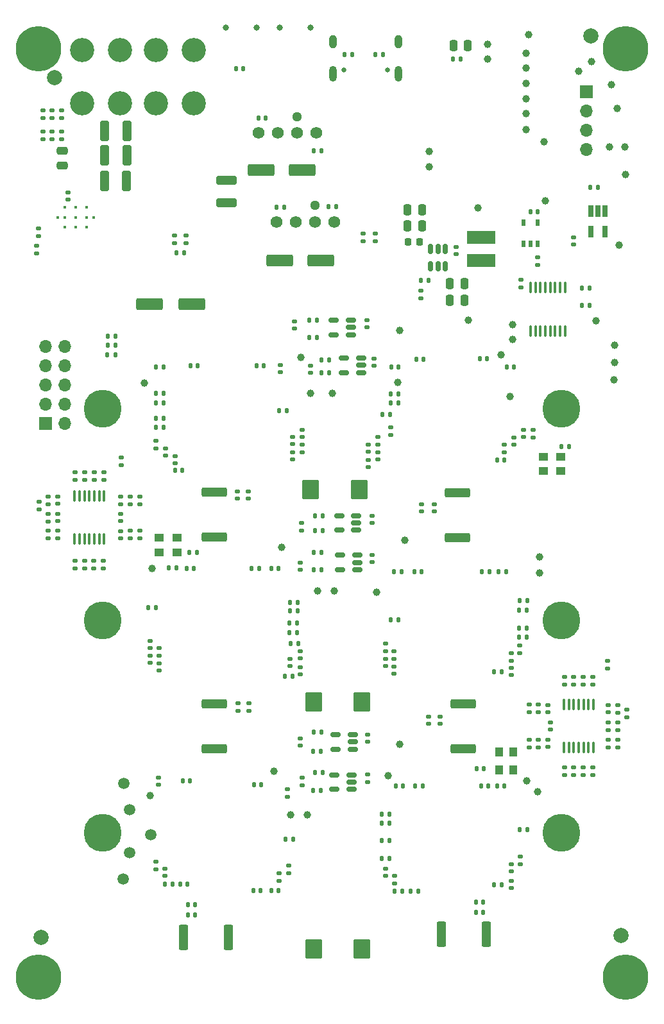
<source format=gbr>
%TF.GenerationSoftware,KiCad,Pcbnew,7.0.7*%
%TF.CreationDate,2024-01-07T23:33:20-07:00*%
%TF.ProjectId,bitaxeHex,62697461-7865-4486-9578-2e6b69636164,302*%
%TF.SameCoordinates,Original*%
%TF.FileFunction,Soldermask,Bot*%
%TF.FilePolarity,Negative*%
%FSLAX46Y46*%
G04 Gerber Fmt 4.6, Leading zero omitted, Abs format (unit mm)*
G04 Created by KiCad (PCBNEW 7.0.7) date 2024-01-07 23:33:20*
%MOMM*%
%LPD*%
G01*
G04 APERTURE LIST*
G04 Aperture macros list*
%AMRoundRect*
0 Rectangle with rounded corners*
0 $1 Rounding radius*
0 $2 $3 $4 $5 $6 $7 $8 $9 X,Y pos of 4 corners*
0 Add a 4 corners polygon primitive as box body*
4,1,4,$2,$3,$4,$5,$6,$7,$8,$9,$2,$3,0*
0 Add four circle primitives for the rounded corners*
1,1,$1+$1,$2,$3*
1,1,$1+$1,$4,$5*
1,1,$1+$1,$6,$7*
1,1,$1+$1,$8,$9*
0 Add four rect primitives between the rounded corners*
20,1,$1+$1,$2,$3,$4,$5,0*
20,1,$1+$1,$4,$5,$6,$7,0*
20,1,$1+$1,$6,$7,$8,$9,0*
20,1,$1+$1,$8,$9,$2,$3,0*%
G04 Aperture macros list end*
%ADD10RoundRect,0.135000X0.135000X0.185000X-0.135000X0.185000X-0.135000X-0.185000X0.135000X-0.185000X0*%
%ADD11C,0.990600*%
%ADD12C,3.200000*%
%ADD13C,0.800000*%
%ADD14C,6.000000*%
%ADD15C,1.295400*%
%ADD16C,1.574800*%
%ADD17C,5.000000*%
%ADD18C,0.400000*%
%ADD19R,1.700000X1.700000*%
%ADD20O,1.700000X1.700000*%
%ADD21C,0.650000*%
%ADD22O,1.000000X2.100000*%
%ADD23O,1.000000X1.800000*%
%ADD24RoundRect,0.140000X-0.170000X0.140000X-0.170000X-0.140000X0.170000X-0.140000X0.170000X0.140000X0*%
%ADD25RoundRect,0.140000X0.170000X-0.140000X0.170000X0.140000X-0.170000X0.140000X-0.170000X-0.140000X0*%
%ADD26RoundRect,0.140000X0.140000X0.170000X-0.140000X0.170000X-0.140000X-0.170000X0.140000X-0.170000X0*%
%ADD27C,1.000000*%
%ADD28RoundRect,0.135000X0.185000X-0.135000X0.185000X0.135000X-0.185000X0.135000X-0.185000X-0.135000X0*%
%ADD29RoundRect,0.250000X0.250000X0.475000X-0.250000X0.475000X-0.250000X-0.475000X0.250000X-0.475000X0*%
%ADD30RoundRect,0.135000X-0.185000X0.135000X-0.185000X-0.135000X0.185000X-0.135000X0.185000X0.135000X0*%
%ADD31RoundRect,0.250000X-0.875000X-1.025000X0.875000X-1.025000X0.875000X1.025000X-0.875000X1.025000X0*%
%ADD32RoundRect,0.150000X0.512500X0.150000X-0.512500X0.150000X-0.512500X-0.150000X0.512500X-0.150000X0*%
%ADD33RoundRect,0.135000X-0.135000X-0.185000X0.135000X-0.185000X0.135000X0.185000X-0.135000X0.185000X0*%
%ADD34RoundRect,0.250000X-0.475000X0.250000X-0.475000X-0.250000X0.475000X-0.250000X0.475000X0.250000X0*%
%ADD35R,0.650000X1.560000*%
%ADD36RoundRect,0.140000X-0.140000X-0.170000X0.140000X-0.170000X0.140000X0.170000X-0.140000X0.170000X0*%
%ADD37RoundRect,0.250000X1.100000X-0.325000X1.100000X0.325000X-1.100000X0.325000X-1.100000X-0.325000X0*%
%ADD38C,1.500000*%
%ADD39RoundRect,0.100000X0.100000X-0.637500X0.100000X0.637500X-0.100000X0.637500X-0.100000X-0.637500X0*%
%ADD40RoundRect,0.250000X-0.325000X-1.100000X0.325000X-1.100000X0.325000X1.100000X-0.325000X1.100000X0*%
%ADD41C,2.000000*%
%ADD42R,0.558800X0.952500*%
%ADD43RoundRect,0.250000X1.500000X0.550000X-1.500000X0.550000X-1.500000X-0.550000X1.500000X-0.550000X0*%
%ADD44RoundRect,0.150000X0.150000X-0.512500X0.150000X0.512500X-0.150000X0.512500X-0.150000X-0.512500X0*%
%ADD45R,1.300000X1.100000*%
%ADD46RoundRect,0.250000X-0.362500X-1.425000X0.362500X-1.425000X0.362500X1.425000X-0.362500X1.425000X0*%
%ADD47RoundRect,0.250000X-0.250000X-0.475000X0.250000X-0.475000X0.250000X0.475000X-0.250000X0.475000X0*%
%ADD48RoundRect,0.250000X1.425000X-0.362500X1.425000X0.362500X-1.425000X0.362500X-1.425000X-0.362500X0*%
%ADD49RoundRect,0.250000X0.362500X1.425000X-0.362500X1.425000X-0.362500X-1.425000X0.362500X-1.425000X0*%
%ADD50R,1.100000X1.300000*%
%ADD51R,3.700000X1.680000*%
%ADD52RoundRect,0.225000X-0.225000X-0.250000X0.225000X-0.250000X0.225000X0.250000X-0.225000X0.250000X0*%
G04 APERTURE END LIST*
D10*
%TO.C,R111*%
X63610000Y-89900000D03*
X62590000Y-89900000D03*
%TD*%
%TO.C,R110*%
X63635000Y-87425000D03*
X62615000Y-87425000D03*
%TD*%
%TO.C,R109*%
X63635000Y-88675000D03*
X62615000Y-88675000D03*
%TD*%
D11*
%TO.C,J6*%
X129900000Y-57360000D03*
X130916000Y-62440000D03*
X128884000Y-62440000D03*
%TD*%
D12*
%TO.C,J2*%
X74000000Y-56725000D03*
X74000000Y-49725000D03*
X69000000Y-56725000D03*
X69000000Y-49725000D03*
%TD*%
D13*
%TO.C,H1*%
X51250000Y-49500000D03*
X51909010Y-47909010D03*
X51909010Y-51090990D03*
X53500000Y-47250000D03*
D14*
X53500000Y-49500000D03*
D13*
X53500000Y-51750000D03*
X55090990Y-47909010D03*
X55090990Y-51090990D03*
X55750000Y-49500000D03*
%TD*%
D12*
%TO.C,J1*%
X64275000Y-56725000D03*
X64275000Y-49725000D03*
X59275000Y-56725000D03*
X59275000Y-49725000D03*
%TD*%
D15*
%TO.C,J8*%
X87580000Y-58464999D03*
D16*
X82500000Y-60625000D03*
X85040000Y-60625000D03*
X87580000Y-60625000D03*
X90120000Y-60625000D03*
%TD*%
D13*
%TO.C,SW2*%
X78225000Y-46725000D03*
X82275000Y-46725000D03*
%TD*%
%TO.C,H4*%
X128750000Y-172000000D03*
X129409010Y-170409010D03*
X129409010Y-173590990D03*
X131000000Y-169750000D03*
D14*
X131000000Y-172000000D03*
D13*
X131000000Y-174250000D03*
X132590990Y-170409010D03*
X132590990Y-173590990D03*
X133250000Y-172000000D03*
%TD*%
D15*
%TO.C,J9*%
X89990000Y-70214999D03*
D16*
X84910000Y-72375000D03*
X87450000Y-72375000D03*
X89990000Y-72375000D03*
X92530000Y-72375000D03*
%TD*%
D17*
%TO.C,H8*%
X122500000Y-125000000D03*
%TD*%
%TO.C,H7*%
X62000000Y-125000000D03*
%TD*%
D18*
%TO.C,U3*%
X57000000Y-73030000D03*
X58400000Y-73030000D03*
X59800000Y-73030000D03*
X56000000Y-71750000D03*
X57000000Y-71750000D03*
X58400000Y-71750000D03*
X59800000Y-71750000D03*
X60800000Y-71750000D03*
X57000000Y-70470000D03*
X58400000Y-70470000D03*
X59800000Y-70470000D03*
%TD*%
D17*
%TO.C,H10*%
X122500000Y-153000000D03*
%TD*%
%TO.C,H6*%
X122500000Y-97000000D03*
%TD*%
%TO.C,H5*%
X62000000Y-97000000D03*
%TD*%
D19*
%TO.C,J5*%
X125800000Y-55200000D03*
D20*
X125800000Y-57740000D03*
X125800000Y-60280000D03*
X125800000Y-62820000D03*
%TD*%
D21*
%TO.C,J7*%
X99560000Y-52300000D03*
X93780000Y-52300000D03*
D22*
X100990000Y-52800000D03*
D23*
X100990000Y-48620000D03*
D22*
X92350000Y-52800000D03*
D23*
X92350000Y-48620000D03*
%TD*%
D13*
%TO.C,SW1*%
X85325000Y-46750000D03*
X89375000Y-46750000D03*
%TD*%
%TO.C,H2*%
X128750000Y-49500000D03*
X129409010Y-47909010D03*
X129409010Y-51090990D03*
X131000000Y-47250000D03*
D14*
X131000000Y-49500000D03*
D13*
X131000000Y-51750000D03*
X132590990Y-47909010D03*
X132590990Y-51090990D03*
X133250000Y-49500000D03*
%TD*%
%TO.C,H3*%
X51250000Y-172000000D03*
X51909010Y-170409010D03*
X51909010Y-173590990D03*
X53500000Y-169750000D03*
D14*
X53500000Y-172000000D03*
D13*
X53500000Y-174250000D03*
X55090990Y-170409010D03*
X55090990Y-173590990D03*
X55750000Y-172000000D03*
%TD*%
D17*
%TO.C,H9*%
X62000000Y-153000000D03*
%TD*%
D24*
%TO.C,C12*%
X108600000Y-75670000D03*
X108600000Y-76630000D03*
%TD*%
D10*
%TO.C,R42*%
X70010000Y-99500000D03*
X68990000Y-99500000D03*
%TD*%
D25*
%TO.C,C57*%
X98250000Y-103730000D03*
X98250000Y-102770000D03*
%TD*%
%TO.C,C49*%
X97800000Y-91380000D03*
X97800000Y-90420000D03*
%TD*%
D26*
%TO.C,C117*%
X71680000Y-118000000D03*
X70720000Y-118000000D03*
%TD*%
%TO.C,C44*%
X83505000Y-58650000D03*
X82545000Y-58650000D03*
%TD*%
D25*
%TO.C,C111*%
X69400000Y-131580000D03*
X69400000Y-130620000D03*
%TD*%
D27*
%TO.C,TP50*%
X119400000Y-147600000D03*
%TD*%
D28*
%TO.C,R20*%
X97950000Y-74935000D03*
X97950000Y-73915000D03*
%TD*%
D29*
%TO.C,C19*%
X109700000Y-80500000D03*
X107800000Y-80500000D03*
%TD*%
D30*
%TO.C,R66*%
X53600000Y-109290000D03*
X53600000Y-110310000D03*
%TD*%
D31*
%TO.C,C147*%
X89800000Y-168300000D03*
X96200000Y-168300000D03*
%TD*%
D26*
%TO.C,C138*%
X112180000Y-162100000D03*
X111220000Y-162100000D03*
%TD*%
D25*
%TO.C,C135*%
X100500000Y-159660000D03*
X100500000Y-158700000D03*
%TD*%
D32*
%TO.C,U23*%
X94837500Y-145350000D03*
X94837500Y-146300000D03*
X94837500Y-147250000D03*
X92562500Y-147250000D03*
X92562500Y-145350000D03*
%TD*%
D28*
%TO.C,R52*%
X65630000Y-114130000D03*
X65630000Y-113110000D03*
%TD*%
D27*
%TO.C,TP52*%
X84600000Y-144900000D03*
%TD*%
D26*
%TO.C,C39*%
X80530000Y-52175000D03*
X79570000Y-52175000D03*
%TD*%
D27*
%TO.C,TP16*%
X127100000Y-85400000D03*
%TD*%
D33*
%TO.C,R55*%
X89790000Y-118300000D03*
X90810000Y-118300000D03*
%TD*%
D27*
%TO.C,TP54*%
X99675000Y-145425000D03*
%TD*%
D29*
%TO.C,C3*%
X104100000Y-70800000D03*
X102200000Y-70800000D03*
%TD*%
D25*
%TO.C,C96*%
X86700000Y-130980000D03*
X86700000Y-130020000D03*
%TD*%
D34*
%TO.C,C15*%
X56600000Y-63000000D03*
X56600000Y-64900000D03*
%TD*%
D26*
%TO.C,C72*%
X72450000Y-105150000D03*
X71490000Y-105150000D03*
%TD*%
D33*
%TO.C,R12*%
X103940000Y-80100000D03*
X104960000Y-80100000D03*
%TD*%
D27*
%TO.C,TP21*%
X117800000Y-56100000D03*
%TD*%
%TO.C,TP41*%
X67475000Y-93600000D03*
%TD*%
D25*
%TO.C,C137*%
X99300000Y-158660000D03*
X99300000Y-157700000D03*
%TD*%
D30*
%TO.C,R104*%
X131100000Y-136740000D03*
X131100000Y-137760000D03*
%TD*%
D27*
%TO.C,TP47*%
X90300000Y-121100000D03*
%TD*%
D10*
%TO.C,R103*%
X87110000Y-153800000D03*
X86090000Y-153800000D03*
%TD*%
D28*
%TO.C,R99*%
X118230000Y-137100000D03*
X118230000Y-136080000D03*
%TD*%
D27*
%TO.C,TP35*%
X114500000Y-89900000D03*
%TD*%
D35*
%TO.C,U4*%
X126350000Y-70950000D03*
X127300000Y-70950000D03*
X128250000Y-70950000D03*
X128250000Y-73650000D03*
X126350000Y-73650000D03*
%TD*%
D24*
%TO.C,C155*%
X128680000Y-138440000D03*
X128680000Y-139400000D03*
%TD*%
%TO.C,C86*%
X64330000Y-113160000D03*
X64330000Y-114120000D03*
%TD*%
D26*
%TO.C,C70*%
X83220000Y-91310000D03*
X82260000Y-91310000D03*
%TD*%
D30*
%TO.C,R68*%
X58300000Y-105377500D03*
X58300000Y-106397500D03*
%TD*%
D28*
%TO.C,R2*%
X54075000Y-61435000D03*
X54075000Y-60415000D03*
%TD*%
D24*
%TO.C,C88*%
X88200000Y-112120000D03*
X88200000Y-113080000D03*
%TD*%
D26*
%TO.C,C94*%
X101380000Y-118500000D03*
X100420000Y-118500000D03*
%TD*%
D36*
%TO.C,C35*%
X125220000Y-83400000D03*
X126180000Y-83400000D03*
%TD*%
D27*
%TO.C,TP34*%
X115700000Y-95400000D03*
%TD*%
D26*
%TO.C,C52*%
X114980000Y-103760000D03*
X114020000Y-103760000D03*
%TD*%
D10*
%TO.C,R73*%
X87710000Y-122600000D03*
X86690000Y-122600000D03*
%TD*%
D27*
%TO.C,TP28*%
X129100000Y-54300000D03*
%TD*%
D10*
%TO.C,R97*%
X99810000Y-156400000D03*
X98790000Y-156400000D03*
%TD*%
%TO.C,R43*%
X70010000Y-95000000D03*
X68990000Y-95000000D03*
%TD*%
D25*
%TO.C,C59*%
X97000000Y-102730000D03*
X97000000Y-101770000D03*
%TD*%
D37*
%TO.C,C28*%
X78300000Y-69850000D03*
X78300000Y-66900000D03*
%TD*%
D25*
%TO.C,C118*%
X68200000Y-128600000D03*
X68200000Y-127640000D03*
%TD*%
D38*
%TO.C,TP61*%
X65500000Y-149900000D03*
%TD*%
D27*
%TO.C,TP10*%
X116100000Y-87900000D03*
%TD*%
D39*
%TO.C,U5*%
X122975000Y-86762500D03*
X122325000Y-86762500D03*
X121675000Y-86762500D03*
X121025000Y-86762500D03*
X120375000Y-86762500D03*
X119725000Y-86762500D03*
X119075000Y-86762500D03*
X118425000Y-86762500D03*
X118425000Y-81037500D03*
X119075000Y-81037500D03*
X119725000Y-81037500D03*
X120375000Y-81037500D03*
X121025000Y-81037500D03*
X121675000Y-81037500D03*
X122325000Y-81037500D03*
X122975000Y-81037500D03*
%TD*%
D26*
%TO.C,C152*%
X71160000Y-159800000D03*
X70200000Y-159800000D03*
%TD*%
D10*
%TO.C,R70*%
X87710000Y-123700000D03*
X86690000Y-123700000D03*
%TD*%
D24*
%TO.C,C115*%
X64330000Y-110890000D03*
X64330000Y-111850000D03*
%TD*%
D25*
%TO.C,C93*%
X88000000Y-132080000D03*
X88000000Y-131120000D03*
%TD*%
D32*
%TO.C,U11*%
X94737500Y-85350000D03*
X94737500Y-86300000D03*
X94737500Y-87250000D03*
X92462500Y-87250000D03*
X92462500Y-85350000D03*
%TD*%
D25*
%TO.C,C158*%
X68980000Y-157780000D03*
X68980000Y-156820000D03*
%TD*%
D30*
%TO.C,R16*%
X71425000Y-74190000D03*
X71425000Y-75210000D03*
%TD*%
D25*
%TO.C,C84*%
X97500000Y-117280000D03*
X97500000Y-116320000D03*
%TD*%
D24*
%TO.C,C67*%
X85400000Y-91270000D03*
X85400000Y-92230000D03*
%TD*%
D30*
%TO.C,R101*%
X122880000Y-132400000D03*
X122880000Y-133420000D03*
%TD*%
D27*
%TO.C,TP57*%
X68225000Y-148075000D03*
%TD*%
D30*
%TO.C,R19*%
X96325000Y-73940000D03*
X96325000Y-74960000D03*
%TD*%
D10*
%TO.C,R61*%
X101010000Y-124900000D03*
X99990000Y-124900000D03*
%TD*%
D26*
%TO.C,C76*%
X69980000Y-91500000D03*
X69020000Y-91500000D03*
%TD*%
D28*
%TO.C,R17*%
X72950000Y-75210000D03*
X72950000Y-74190000D03*
%TD*%
D27*
%TO.C,TP20*%
X117800000Y-58100000D03*
%TD*%
D25*
%TO.C,C112*%
X68200000Y-130580000D03*
X68200000Y-129620000D03*
%TD*%
D27*
%TO.C,TP9*%
X105050000Y-63100000D03*
%TD*%
D24*
%TO.C,C89*%
X88000000Y-117320000D03*
X88000000Y-118280000D03*
%TD*%
D28*
%TO.C,R11*%
X103950000Y-82460000D03*
X103950000Y-81440000D03*
%TD*%
D24*
%TO.C,C131*%
X88000000Y-140520000D03*
X88000000Y-141480000D03*
%TD*%
%TO.C,C66*%
X87000000Y-100750000D03*
X87000000Y-101710000D03*
%TD*%
%TO.C,C116*%
X56030000Y-110880000D03*
X56030000Y-111840000D03*
%TD*%
D38*
%TO.C,TP59*%
X65500000Y-155600000D03*
%TD*%
D26*
%TO.C,C17*%
X119380000Y-71050000D03*
X118420000Y-71050000D03*
%TD*%
D24*
%TO.C,C69*%
X88250000Y-101790000D03*
X88250000Y-102750000D03*
%TD*%
D25*
%TO.C,C110*%
X64330000Y-109600000D03*
X64330000Y-108640000D03*
%TD*%
D30*
%TO.C,R77*%
X65630000Y-108610000D03*
X65630000Y-109630000D03*
%TD*%
D40*
%TO.C,C8*%
X62200000Y-60400000D03*
X65150000Y-60400000D03*
%TD*%
D25*
%TO.C,C99*%
X79800000Y-136880000D03*
X79800000Y-135920000D03*
%TD*%
D41*
%TO.C,FID2*%
X53800000Y-166825000D03*
%TD*%
D24*
%TO.C,C157*%
X69350000Y-145695000D03*
X69350000Y-146655000D03*
%TD*%
D26*
%TO.C,C129*%
X103580000Y-160700000D03*
X102620000Y-160700000D03*
%TD*%
D33*
%TO.C,R54*%
X89990000Y-113100000D03*
X91010000Y-113100000D03*
%TD*%
D26*
%TO.C,C26*%
X72680000Y-76450000D03*
X71720000Y-76450000D03*
%TD*%
D10*
%TO.C,R44*%
X70010000Y-98250000D03*
X68990000Y-98250000D03*
%TD*%
D27*
%TO.C,TP24*%
X117800000Y-50100000D03*
%TD*%
D26*
%TO.C,C122*%
X112880000Y-146800000D03*
X111920000Y-146800000D03*
%TD*%
%TO.C,C145*%
X85180000Y-160620000D03*
X84220000Y-160620000D03*
%TD*%
D24*
%TO.C,C60*%
X81200000Y-107920000D03*
X81200000Y-108880000D03*
%TD*%
%TO.C,C102*%
X100400000Y-129040000D03*
X100400000Y-130000000D03*
%TD*%
D27*
%TO.C,TP1*%
X120350000Y-69550000D03*
%TD*%
D39*
%TO.C,U21*%
X126730000Y-141762500D03*
X126080000Y-141762500D03*
X125430000Y-141762500D03*
X124780000Y-141762500D03*
X124130000Y-141762500D03*
X123480000Y-141762500D03*
X122830000Y-141762500D03*
X122830000Y-136037500D03*
X123480000Y-136037500D03*
X124130000Y-136037500D03*
X124780000Y-136037500D03*
X125430000Y-136037500D03*
X126080000Y-136037500D03*
X126730000Y-136037500D03*
%TD*%
%TO.C,U15*%
X62150000Y-114250000D03*
X61500000Y-114250000D03*
X60850000Y-114250000D03*
X60200000Y-114250000D03*
X59550000Y-114250000D03*
X58900000Y-114250000D03*
X58250000Y-114250000D03*
X58250000Y-108525000D03*
X58900000Y-108525000D03*
X59550000Y-108525000D03*
X60200000Y-108525000D03*
X60850000Y-108525000D03*
X61500000Y-108525000D03*
X62150000Y-108525000D03*
%TD*%
D27*
%TO.C,TP6*%
X129500000Y-88600000D03*
%TD*%
D42*
%TO.C,U2*%
X119389800Y-75227950D03*
X118450000Y-75227950D03*
X117510200Y-75227950D03*
X117510200Y-72472050D03*
X119389800Y-72472050D03*
%TD*%
D26*
%TO.C,C149*%
X112280000Y-144500000D03*
X111320000Y-144500000D03*
%TD*%
D27*
%TO.C,TP40*%
X92300000Y-95000000D03*
%TD*%
D25*
%TO.C,C63*%
X79700000Y-108880000D03*
X79700000Y-107920000D03*
%TD*%
D36*
%TO.C,C136*%
X73220000Y-162500000D03*
X74180000Y-162500000D03*
%TD*%
D24*
%TO.C,C130*%
X88300000Y-145720000D03*
X88300000Y-146680000D03*
%TD*%
D10*
%TO.C,R28*%
X92785000Y-70350000D03*
X91765000Y-70350000D03*
%TD*%
D28*
%TO.C,R3*%
X56550000Y-61435000D03*
X56550000Y-60415000D03*
%TD*%
D33*
%TO.C,R32*%
X89190000Y-87600000D03*
X90210000Y-87600000D03*
%TD*%
D24*
%TO.C,C139*%
X86500000Y-157320000D03*
X86500000Y-158280000D03*
%TD*%
D10*
%TO.C,R35*%
X99910000Y-97800000D03*
X98890000Y-97800000D03*
%TD*%
D26*
%TO.C,C151*%
X73160000Y-159800000D03*
X72200000Y-159800000D03*
%TD*%
D33*
%TO.C,R83*%
X116990000Y-152600000D03*
X118010000Y-152600000D03*
%TD*%
D24*
%TO.C,C120*%
X115900000Y-157140000D03*
X115900000Y-158100000D03*
%TD*%
D36*
%TO.C,C81*%
X114220000Y-118500000D03*
X115180000Y-118500000D03*
%TD*%
D26*
%TO.C,C83*%
X112980000Y-118500000D03*
X112020000Y-118500000D03*
%TD*%
D33*
%TO.C,R25*%
X93850000Y-50300000D03*
X94870000Y-50300000D03*
%TD*%
D27*
%TO.C,TP51*%
X117900000Y-146100000D03*
%TD*%
D36*
%TO.C,C144*%
X111220000Y-163500000D03*
X112180000Y-163500000D03*
%TD*%
D27*
%TO.C,TP38*%
X100925000Y-93575000D03*
%TD*%
D19*
%TO.C,J3*%
X54450000Y-98970000D03*
D20*
X56990000Y-98970000D03*
X54450000Y-96430000D03*
X56990000Y-96430000D03*
X54450000Y-93890000D03*
X56990000Y-93890000D03*
X54450000Y-91350000D03*
X56990000Y-91350000D03*
X54450000Y-88810000D03*
X56990000Y-88810000D03*
%TD*%
D43*
%TO.C,C41*%
X90725000Y-77475000D03*
X85325000Y-77475000D03*
%TD*%
D27*
%TO.C,TP48*%
X92500000Y-121100000D03*
%TD*%
D28*
%TO.C,R30*%
X118800000Y-100810000D03*
X118800000Y-99790000D03*
%TD*%
D41*
%TO.C,FID8*%
X126375000Y-47850000D03*
%TD*%
D30*
%TO.C,R106*%
X126630000Y-132400000D03*
X126630000Y-133420000D03*
%TD*%
D31*
%TO.C,C68*%
X89400000Y-107700000D03*
X95800000Y-107700000D03*
%TD*%
D27*
%TO.C,TP2*%
X110200000Y-85350000D03*
%TD*%
D24*
%TO.C,C18*%
X57375000Y-68470000D03*
X57375000Y-69430000D03*
%TD*%
D44*
%TO.C,U1*%
X107150000Y-78237500D03*
X106200000Y-78237500D03*
X105250000Y-78237500D03*
X105250000Y-75962500D03*
X106200000Y-75962500D03*
X107150000Y-75962500D03*
%TD*%
D25*
%TO.C,C98*%
X88000000Y-129980000D03*
X88000000Y-129020000D03*
%TD*%
D24*
%TO.C,C45*%
X117500000Y-99790000D03*
X117500000Y-100750000D03*
%TD*%
D28*
%TO.C,R84*%
X129930000Y-141730000D03*
X129930000Y-140710000D03*
%TD*%
D25*
%TO.C,C114*%
X69400000Y-129580000D03*
X69400000Y-128620000D03*
%TD*%
D38*
%TO.C,TP62*%
X64725000Y-146500000D03*
%TD*%
D25*
%TO.C,C100*%
X106500000Y-138580000D03*
X106500000Y-137620000D03*
%TD*%
D40*
%TO.C,C4*%
X62175000Y-66925000D03*
X65125000Y-66925000D03*
%TD*%
D30*
%TO.C,R67*%
X59600000Y-105390000D03*
X59600000Y-106410000D03*
%TD*%
D25*
%TO.C,C154*%
X70180000Y-158680000D03*
X70180000Y-157720000D03*
%TD*%
D24*
%TO.C,C64*%
X88250000Y-99790000D03*
X88250000Y-100750000D03*
%TD*%
D28*
%TO.C,R6*%
X54075000Y-58710000D03*
X54075000Y-57690000D03*
%TD*%
D36*
%TO.C,C109*%
X73420000Y-116000000D03*
X74380000Y-116000000D03*
%TD*%
D41*
%TO.C,FID6*%
X55626000Y-53340000D03*
%TD*%
D10*
%TO.C,R95*%
X99810000Y-151700000D03*
X98790000Y-151700000D03*
%TD*%
D27*
%TO.C,TP39*%
X89400000Y-95000000D03*
%TD*%
D28*
%TO.C,R87*%
X122880000Y-145400000D03*
X122880000Y-144380000D03*
%TD*%
D45*
%TO.C,U14*%
X122450000Y-105250000D03*
X120150000Y-105250000D03*
X120150000Y-103350000D03*
X122450000Y-103350000D03*
%TD*%
D30*
%TO.C,R46*%
X66880000Y-113110000D03*
X66880000Y-114130000D03*
%TD*%
D25*
%TO.C,C50*%
X96800000Y-86280000D03*
X96800000Y-85320000D03*
%TD*%
D28*
%TO.C,R86*%
X124130000Y-145400000D03*
X124130000Y-144380000D03*
%TD*%
D29*
%TO.C,C20*%
X109700000Y-82700000D03*
X107800000Y-82700000D03*
%TD*%
D28*
%TO.C,R74*%
X66880000Y-109630000D03*
X66880000Y-108610000D03*
%TD*%
D10*
%TO.C,R93*%
X99810000Y-150500000D03*
X98790000Y-150500000D03*
%TD*%
%TO.C,R92*%
X99810000Y-154000000D03*
X98790000Y-154000000D03*
%TD*%
D36*
%TO.C,C55*%
X103320000Y-90500000D03*
X104280000Y-90500000D03*
%TD*%
D10*
%TO.C,R24*%
X98970000Y-50300000D03*
X97950000Y-50300000D03*
%TD*%
D46*
%TO.C,R98*%
X106637500Y-166400000D03*
X112562500Y-166400000D03*
%TD*%
D10*
%TO.C,R34*%
X90210000Y-85300000D03*
X89190000Y-85300000D03*
%TD*%
D32*
%TO.C,U16*%
X95437500Y-111150000D03*
X95437500Y-112100000D03*
X95437500Y-113050000D03*
X93162500Y-113050000D03*
X93162500Y-111150000D03*
%TD*%
D25*
%TO.C,C127*%
X96900000Y-140980000D03*
X96900000Y-140020000D03*
%TD*%
D36*
%TO.C,C121*%
X114020000Y-146800000D03*
X114980000Y-146800000D03*
%TD*%
D33*
%TO.C,R33*%
X90790000Y-90600000D03*
X91810000Y-90600000D03*
%TD*%
D47*
%TO.C,C30*%
X108250000Y-49100000D03*
X110150000Y-49100000D03*
%TD*%
D27*
%TO.C,TP37*%
X101200000Y-86700000D03*
%TD*%
D30*
%TO.C,R79*%
X64400000Y-103490000D03*
X64400000Y-104510000D03*
%TD*%
D27*
%TO.C,TP42*%
X119600000Y-118700000D03*
%TD*%
D26*
%TO.C,C48*%
X112680000Y-90400000D03*
X111720000Y-90400000D03*
%TD*%
D27*
%TO.C,TP29*%
X131000000Y-66100000D03*
%TD*%
D10*
%TO.C,R78*%
X69010000Y-123300000D03*
X67990000Y-123300000D03*
%TD*%
D27*
%TO.C,TP46*%
X98100000Y-121275000D03*
%TD*%
D25*
%TO.C,C78*%
X69000000Y-102230000D03*
X69000000Y-101270000D03*
%TD*%
D32*
%TO.C,U24*%
X94937500Y-140050000D03*
X94937500Y-141000000D03*
X94937500Y-141950000D03*
X92662500Y-141950000D03*
X92662500Y-140050000D03*
%TD*%
D25*
%TO.C,C150*%
X128680000Y-137100000D03*
X128680000Y-136140000D03*
%TD*%
D30*
%TO.C,R21*%
X117150000Y-80040000D03*
X117150000Y-81060000D03*
%TD*%
D27*
%TO.C,TP17*%
X116100000Y-85900000D03*
%TD*%
D36*
%TO.C,C104*%
X84220000Y-118100000D03*
X85180000Y-118100000D03*
%TD*%
%TO.C,C91*%
X86020000Y-132300000D03*
X86980000Y-132300000D03*
%TD*%
%TO.C,C113*%
X73020000Y-118100000D03*
X73980000Y-118100000D03*
%TD*%
D45*
%TO.C,U19*%
X71750000Y-115950000D03*
X69450000Y-115950000D03*
X69450000Y-114050000D03*
X71750000Y-114050000D03*
%TD*%
D24*
%TO.C,C132*%
X120730000Y-140710000D03*
X120730000Y-141670000D03*
%TD*%
D41*
%TO.C,FID4*%
X130350000Y-166550000D03*
%TD*%
D30*
%TO.C,R75*%
X60900000Y-105377500D03*
X60900000Y-106397500D03*
%TD*%
%TO.C,R102*%
X119480000Y-136080000D03*
X119480000Y-137100000D03*
%TD*%
D28*
%TO.C,R82*%
X126630000Y-145400000D03*
X126630000Y-144380000D03*
%TD*%
%TO.C,R80*%
X129980000Y-139410000D03*
X129980000Y-138390000D03*
%TD*%
D25*
%TO.C,C61*%
X98250000Y-101730000D03*
X98250000Y-100770000D03*
%TD*%
D36*
%TO.C,C153*%
X72520000Y-146150000D03*
X73480000Y-146150000D03*
%TD*%
D24*
%TO.C,C92*%
X56030000Y-113130000D03*
X56030000Y-114090000D03*
%TD*%
D27*
%TO.C,TP14*%
X112800000Y-48900000D03*
%TD*%
D25*
%TO.C,C77*%
X70250000Y-103230000D03*
X70250000Y-102270000D03*
%TD*%
D27*
%TO.C,TP13*%
X111450000Y-70550000D03*
%TD*%
D33*
%TO.C,R89*%
X89690000Y-142200000D03*
X90710000Y-142200000D03*
%TD*%
D26*
%TO.C,C133*%
X101480000Y-160700000D03*
X100520000Y-160700000D03*
%TD*%
D27*
%TO.C,TP12*%
X105050000Y-65100000D03*
%TD*%
D10*
%TO.C,R69*%
X87610000Y-125300000D03*
X86590000Y-125300000D03*
%TD*%
D27*
%TO.C,TP53*%
X101200000Y-141300000D03*
%TD*%
D10*
%TO.C,R36*%
X101010000Y-95075000D03*
X99990000Y-95075000D03*
%TD*%
D48*
%TO.C,R63*%
X76700000Y-141862500D03*
X76700000Y-135937500D03*
%TD*%
D36*
%TO.C,C47*%
X115270000Y-91500000D03*
X116230000Y-91500000D03*
%TD*%
D24*
%TO.C,C54*%
X87300000Y-85520000D03*
X87300000Y-86480000D03*
%TD*%
D27*
%TO.C,TP44*%
X101800000Y-114400000D03*
%TD*%
%TO.C,TP45*%
X85600000Y-115300000D03*
%TD*%
D49*
%TO.C,R96*%
X78562500Y-166800000D03*
X72637500Y-166800000D03*
%TD*%
D27*
%TO.C,TP26*%
X118200000Y-47700000D03*
%TD*%
D24*
%TO.C,C79*%
X117000000Y-128300000D03*
X117000000Y-129260000D03*
%TD*%
%TO.C,C141*%
X85200000Y-158340000D03*
X85200000Y-159300000D03*
%TD*%
D10*
%TO.C,R56*%
X91010000Y-111200000D03*
X89990000Y-111200000D03*
%TD*%
D27*
%TO.C,TP36*%
X88150000Y-90240000D03*
%TD*%
D28*
%TO.C,R59*%
X59550000Y-118100000D03*
X59550000Y-117080000D03*
%TD*%
D26*
%TO.C,C43*%
X85905000Y-70425000D03*
X84945000Y-70425000D03*
%TD*%
D10*
%TO.C,R72*%
X87610000Y-126600000D03*
X86590000Y-126600000D03*
%TD*%
D24*
%TO.C,C85*%
X115900000Y-131220000D03*
X115900000Y-132180000D03*
%TD*%
D25*
%TO.C,C126*%
X96900000Y-146280000D03*
X96900000Y-145320000D03*
%TD*%
%TO.C,C143*%
X120730000Y-137070000D03*
X120730000Y-136110000D03*
%TD*%
D27*
%TO.C,TP49*%
X68450000Y-118075000D03*
%TD*%
D26*
%TO.C,C58*%
X100980000Y-91500000D03*
X100020000Y-91500000D03*
%TD*%
%TO.C,C148*%
X82780000Y-160600000D03*
X81820000Y-160600000D03*
%TD*%
D24*
%TO.C,C108*%
X100400000Y-131040000D03*
X100400000Y-132000000D03*
%TD*%
D28*
%TO.C,R48*%
X62050000Y-118100000D03*
X62050000Y-117080000D03*
%TD*%
D24*
%TO.C,C62*%
X104000000Y-109620000D03*
X104000000Y-110580000D03*
%TD*%
D10*
%TO.C,R91*%
X90810000Y-139700000D03*
X89790000Y-139700000D03*
%TD*%
D30*
%TO.C,R107*%
X129930000Y-136110000D03*
X129930000Y-137130000D03*
%TD*%
D24*
%TO.C,C124*%
X128680000Y-140740000D03*
X128680000Y-141700000D03*
%TD*%
%TO.C,C156*%
X121030000Y-138420000D03*
X121030000Y-139380000D03*
%TD*%
D28*
%TO.C,R10*%
X53475000Y-74260000D03*
X53475000Y-73240000D03*
%TD*%
D32*
%TO.C,U10*%
X96037500Y-90350000D03*
X96037500Y-91300000D03*
X96037500Y-92250000D03*
X93762500Y-92250000D03*
X93762500Y-90350000D03*
%TD*%
D27*
%TO.C,TP19*%
X117800000Y-60200000D03*
%TD*%
D50*
%TO.C,U26*%
X114250000Y-144650000D03*
X114250000Y-142350000D03*
X116150000Y-142350000D03*
X116150000Y-144650000D03*
%TD*%
D28*
%TO.C,R40*%
X100000000Y-100510000D03*
X100000000Y-99490000D03*
%TD*%
D25*
%TO.C,C24*%
X124100000Y-75380000D03*
X124100000Y-74420000D03*
%TD*%
D28*
%TO.C,R1*%
X55250000Y-61435000D03*
X55250000Y-60415000D03*
%TD*%
D26*
%TO.C,C140*%
X74180000Y-163800000D03*
X73220000Y-163800000D03*
%TD*%
D48*
%TO.C,R39*%
X76700000Y-113962500D03*
X76700000Y-108037500D03*
%TD*%
D33*
%TO.C,R57*%
X89790000Y-116000000D03*
X90810000Y-116000000D03*
%TD*%
D25*
%TO.C,C56*%
X97000000Y-104730000D03*
X97000000Y-103770000D03*
%TD*%
D24*
%TO.C,C106*%
X99300000Y-130040000D03*
X99300000Y-131000000D03*
%TD*%
%TO.C,C46*%
X116250000Y-100790000D03*
X116250000Y-101750000D03*
%TD*%
%TO.C,C119*%
X117100000Y-156140000D03*
X117100000Y-157100000D03*
%TD*%
D27*
%TO.C,TP55*%
X86800000Y-150600000D03*
%TD*%
%TO.C,TP23*%
X117800000Y-52100000D03*
%TD*%
D26*
%TO.C,C107*%
X82580000Y-118100000D03*
X81620000Y-118100000D03*
%TD*%
D25*
%TO.C,C75*%
X71500000Y-104230000D03*
X71500000Y-103270000D03*
%TD*%
D24*
%TO.C,C53*%
X89400000Y-91320000D03*
X89400000Y-92280000D03*
%TD*%
D30*
%TO.C,R105*%
X125380000Y-132400000D03*
X125380000Y-133420000D03*
%TD*%
D27*
%TO.C,TP27*%
X126450000Y-51225000D03*
%TD*%
D32*
%TO.C,U17*%
X95537500Y-116350000D03*
X95537500Y-117300000D03*
X95537500Y-118250000D03*
X93262500Y-118250000D03*
X93262500Y-116350000D03*
%TD*%
D27*
%TO.C,TP22*%
X117800000Y-54100000D03*
%TD*%
D33*
%TO.C,R50*%
X116900000Y-123600000D03*
X117920000Y-123600000D03*
%TD*%
D30*
%TO.C,R108*%
X128600000Y-130290000D03*
X128600000Y-131310000D03*
%TD*%
D40*
%TO.C,C7*%
X62225000Y-63600000D03*
X65175000Y-63600000D03*
%TD*%
D33*
%TO.C,R51*%
X116900000Y-127200000D03*
X117920000Y-127200000D03*
%TD*%
D38*
%TO.C,TP58*%
X64700000Y-159100000D03*
%TD*%
D30*
%TO.C,R71*%
X54800000Y-108590000D03*
X54800000Y-109610000D03*
%TD*%
D33*
%TO.C,R88*%
X89690000Y-147400000D03*
X90710000Y-147400000D03*
%TD*%
D28*
%TO.C,R4*%
X53225000Y-76535000D03*
X53225000Y-75515000D03*
%TD*%
D36*
%TO.C,C74*%
X73540000Y-91320000D03*
X74500000Y-91320000D03*
%TD*%
D10*
%TO.C,R41*%
X86260000Y-97250000D03*
X85240000Y-97250000D03*
%TD*%
D48*
%TO.C,R38*%
X108800000Y-114062500D03*
X108800000Y-108137500D03*
%TD*%
D36*
%TO.C,C90*%
X103120000Y-118500000D03*
X104080000Y-118500000D03*
%TD*%
%TO.C,C32*%
X108220000Y-50900000D03*
X109180000Y-50900000D03*
%TD*%
D24*
%TO.C,C95*%
X81300000Y-135920000D03*
X81300000Y-136880000D03*
%TD*%
D28*
%TO.C,R58*%
X54800000Y-111910000D03*
X54800000Y-110890000D03*
%TD*%
D30*
%TO.C,R7*%
X56550000Y-57690000D03*
X56550000Y-58710000D03*
%TD*%
D24*
%TO.C,C101*%
X99300000Y-128040000D03*
X99300000Y-129000000D03*
%TD*%
D43*
%TO.C,C42*%
X88300000Y-65500000D03*
X82900000Y-65500000D03*
%TD*%
D36*
%TO.C,C128*%
X103220000Y-146800000D03*
X104180000Y-146800000D03*
%TD*%
D51*
%TO.C,L1*%
X111950000Y-74415000D03*
X111950000Y-77485000D03*
%TD*%
D33*
%TO.C,R31*%
X90790000Y-92300000D03*
X91810000Y-92300000D03*
%TD*%
%TO.C,R90*%
X89990000Y-145000000D03*
X91010000Y-145000000D03*
%TD*%
D24*
%TO.C,C9*%
X119400000Y-77070000D03*
X119400000Y-78030000D03*
%TD*%
D33*
%TO.C,R53*%
X116990000Y-122300000D03*
X118010000Y-122300000D03*
%TD*%
D52*
%TO.C,C6*%
X102225000Y-75000000D03*
X103775000Y-75000000D03*
%TD*%
D27*
%TO.C,TP43*%
X119600000Y-116600000D03*
%TD*%
D30*
%TO.C,R85*%
X118230000Y-140680000D03*
X118230000Y-141700000D03*
%TD*%
%TO.C,R5*%
X55275000Y-57690000D03*
X55275000Y-58710000D03*
%TD*%
D27*
%TO.C,TP3*%
X130100000Y-75400000D03*
%TD*%
D33*
%TO.C,R29*%
X89840000Y-63000000D03*
X90860000Y-63000000D03*
%TD*%
D26*
%TO.C,C146*%
X82880000Y-146600000D03*
X81920000Y-146600000D03*
%TD*%
D24*
%TO.C,C71*%
X87000000Y-102790000D03*
X87000000Y-103750000D03*
%TD*%
D28*
%TO.C,R94*%
X119480000Y-141700000D03*
X119480000Y-140680000D03*
%TD*%
D27*
%TO.C,TP25*%
X124800000Y-52500000D03*
%TD*%
D33*
%TO.C,R64*%
X86790000Y-128020000D03*
X87810000Y-128020000D03*
%TD*%
D26*
%TO.C,C134*%
X101580000Y-146800000D03*
X100620000Y-146800000D03*
%TD*%
D38*
%TO.C,TP60*%
X68300000Y-153200000D03*
%TD*%
D27*
%TO.C,TP15*%
X112800000Y-50900000D03*
%TD*%
D28*
%TO.C,R81*%
X125380000Y-145400000D03*
X125380000Y-144380000D03*
%TD*%
D10*
%TO.C,R37*%
X100985000Y-96275000D03*
X99965000Y-96275000D03*
%TD*%
D24*
%TO.C,C123*%
X115900000Y-159340000D03*
X115900000Y-160300000D03*
%TD*%
%TO.C,C80*%
X115900000Y-129300000D03*
X115900000Y-130260000D03*
%TD*%
D26*
%TO.C,C125*%
X114600000Y-159820000D03*
X113640000Y-159820000D03*
%TD*%
D25*
%TO.C,C105*%
X56030000Y-109590000D03*
X56030000Y-108630000D03*
%TD*%
D27*
%TO.C,TP8*%
X129400000Y-93200000D03*
%TD*%
%TO.C,TP18*%
X120200000Y-61800000D03*
%TD*%
%TO.C,TP7*%
X129500000Y-90900000D03*
%TD*%
D26*
%TO.C,C33*%
X126180000Y-81100000D03*
X125220000Y-81100000D03*
%TD*%
D33*
%TO.C,R49*%
X116900000Y-126000000D03*
X117920000Y-126000000D03*
%TD*%
D29*
%TO.C,C11*%
X104100000Y-72900000D03*
X102200000Y-72900000D03*
%TD*%
D48*
%TO.C,R65*%
X109500000Y-141862500D03*
X109500000Y-135937500D03*
%TD*%
D28*
%TO.C,R62*%
X54780000Y-114120000D03*
X54780000Y-113100000D03*
%TD*%
D30*
%TO.C,R100*%
X124130000Y-132400000D03*
X124130000Y-133420000D03*
%TD*%
D10*
%TO.C,R45*%
X70010000Y-96250000D03*
X68990000Y-96250000D03*
%TD*%
D27*
%TO.C,TP56*%
X89000000Y-150575000D03*
%TD*%
D30*
%TO.C,R47*%
X60800000Y-117090000D03*
X60800000Y-118110000D03*
%TD*%
D31*
%TO.C,C103*%
X89800000Y-135700000D03*
X96200000Y-135700000D03*
%TD*%
D24*
%TO.C,C51*%
X115000000Y-101790000D03*
X115000000Y-102750000D03*
%TD*%
D25*
%TO.C,C65*%
X105700000Y-110580000D03*
X105700000Y-109620000D03*
%TD*%
D30*
%TO.C,R76*%
X62150000Y-105377500D03*
X62150000Y-106397500D03*
%TD*%
D24*
%TO.C,C97*%
X105000000Y-137620000D03*
X105000000Y-138580000D03*
%TD*%
D43*
%TO.C,C29*%
X73700000Y-83250000D03*
X68100000Y-83250000D03*
%TD*%
D26*
%TO.C,C87*%
X114580000Y-131700000D03*
X113620000Y-131700000D03*
%TD*%
D28*
%TO.C,R60*%
X58300000Y-118100000D03*
X58300000Y-117080000D03*
%TD*%
D36*
%TO.C,C21*%
X126320000Y-67800000D03*
X127280000Y-67800000D03*
%TD*%
D24*
%TO.C,C142*%
X86325000Y-147245000D03*
X86325000Y-148205000D03*
%TD*%
D25*
%TO.C,C82*%
X97500000Y-112080000D03*
X97500000Y-111120000D03*
%TD*%
D36*
%TO.C,C73*%
X122520000Y-102000000D03*
X123480000Y-102000000D03*
%TD*%
M02*

</source>
